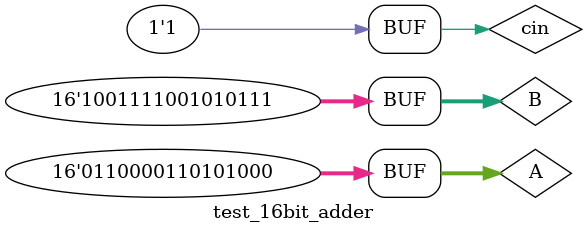
<source format=v>
`timescale 1ns / 1ps


module test_16bit_adder;

	// Inputs
	reg [15:0] A;
	reg [15:0] B;
	reg cin;

	// Outputs
	wire [15:0] sum;
	wire cout;

	// Instantiate the Unit Under Test (UUT)
	CLA_16bit_LCU uut (
		.A(A), 
		.B(B), 
		.cin(cin), 
		.sum(sum), 
		.cout(cout)
	);

	initial begin
		// Initialize Inputs
		$monitor ("A = %d, B = %d, cin = %d, sum = %d, cout = %d", A, B, cin, sum, cout);
		// Initialize Inputs
		A = 16'd3245; B = 16'd16785; cin = 0;
		#100;
		A = 16'd3245; B = 16'd16785; cin = 1;
		#100;
		A = 16'd25000; B = 16'd40535; cin = 0;
		#100;
		A = 16'd25001; B = 16'd40535; cin = 0;
		#100;
		A = 16'd25000; B = 16'd40535; cin = 1;
	end
      
endmodule


</source>
